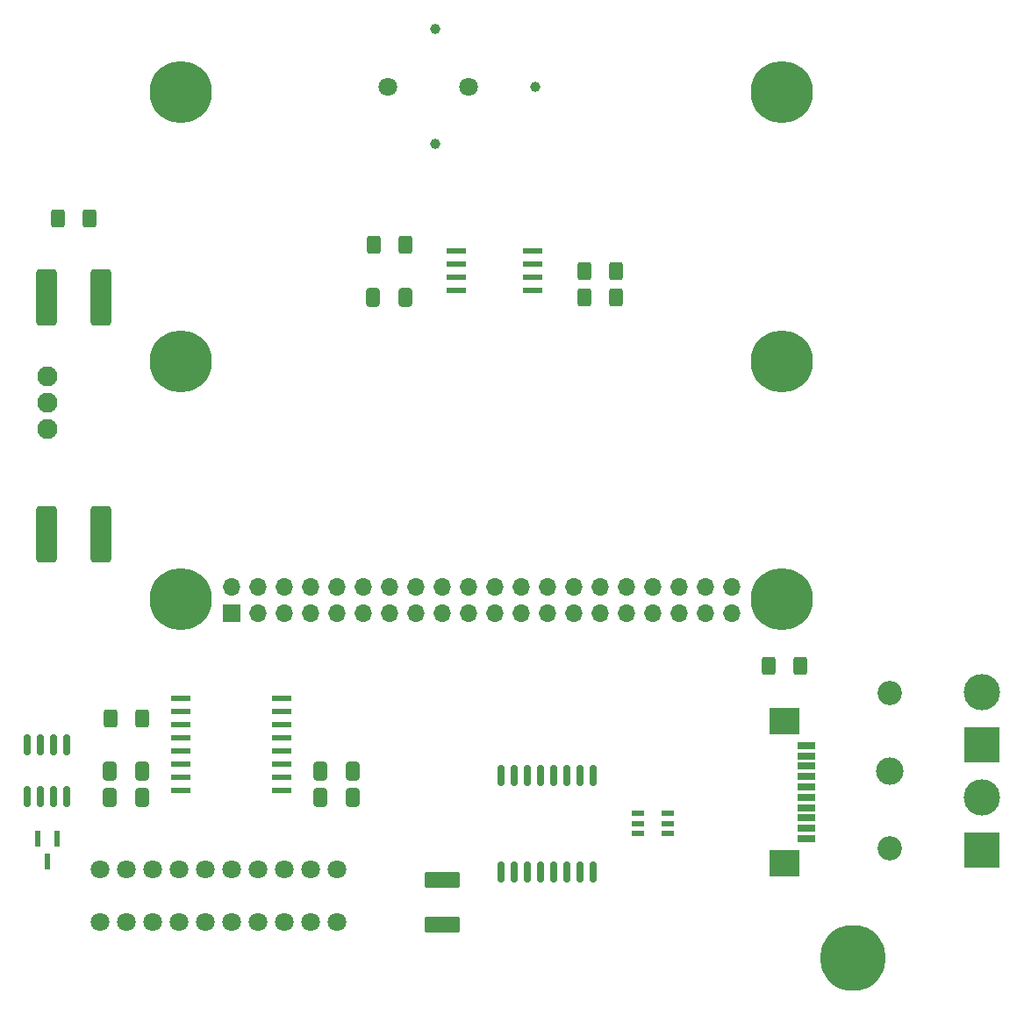
<source format=gbr>
%TF.GenerationSoftware,KiCad,Pcbnew,8.0.6-8.0.6-0~ubuntu24.04.1*%
%TF.CreationDate,2024-12-11T22:34:41+03:00*%
%TF.ProjectId,PM-CPU-RP,504d2d43-5055-42d5-9250-2e6b69636164,rev?*%
%TF.SameCoordinates,Original*%
%TF.FileFunction,Soldermask,Top*%
%TF.FilePolarity,Negative*%
%FSLAX46Y46*%
G04 Gerber Fmt 4.6, Leading zero omitted, Abs format (unit mm)*
G04 Created by KiCad (PCBNEW 8.0.6-8.0.6-0~ubuntu24.04.1) date 2024-12-11 22:34:41*
%MOMM*%
%LPD*%
G01*
G04 APERTURE LIST*
G04 Aperture macros list*
%AMRoundRect*
0 Rectangle with rounded corners*
0 $1 Rounding radius*
0 $2 $3 $4 $5 $6 $7 $8 $9 X,Y pos of 4 corners*
0 Add a 4 corners polygon primitive as box body*
4,1,4,$2,$3,$4,$5,$6,$7,$8,$9,$2,$3,0*
0 Add four circle primitives for the rounded corners*
1,1,$1+$1,$2,$3*
1,1,$1+$1,$4,$5*
1,1,$1+$1,$6,$7*
1,1,$1+$1,$8,$9*
0 Add four rect primitives between the rounded corners*
20,1,$1+$1,$2,$3,$4,$5,0*
20,1,$1+$1,$4,$5,$6,$7,0*
20,1,$1+$1,$6,$7,$8,$9,0*
20,1,$1+$1,$8,$9,$2,$3,0*%
G04 Aperture macros list end*
%ADD10R,1.803400X0.635000*%
%ADD11R,2.997200X2.590800*%
%ADD12O,6.350000X6.350000*%
%ADD13R,1.181100X0.558800*%
%ADD14C,1.000000*%
%ADD15C,1.800000*%
%ADD16RoundRect,0.249999X-0.737501X-2.450001X0.737501X-2.450001X0.737501X2.450001X-0.737501X2.450001X0*%
%ADD17C,6.000000*%
%ADD18O,1.700000X1.700000*%
%ADD19R,1.700000X1.700000*%
%ADD20RoundRect,0.250000X0.400000X0.625000X-0.400000X0.625000X-0.400000X-0.625000X0.400000X-0.625000X0*%
%ADD21R,0.609600X1.549400*%
%ADD22RoundRect,0.250000X0.412500X0.650000X-0.412500X0.650000X-0.412500X-0.650000X0.412500X-0.650000X0*%
%ADD23RoundRect,0.250000X-0.400000X-0.625000X0.400000X-0.625000X0.400000X0.625000X-0.400000X0.625000X0*%
%ADD24RoundRect,0.250000X-0.412500X-0.650000X0.412500X-0.650000X0.412500X0.650000X-0.412500X0.650000X0*%
%ADD25R,3.500000X3.500000*%
%ADD26C,3.500000*%
%ADD27R,1.854200X0.482600*%
%ADD28RoundRect,0.250000X1.450000X-0.537500X1.450000X0.537500X-1.450000X0.537500X-1.450000X-0.537500X0*%
%ADD29RoundRect,0.150000X-0.150000X0.825000X-0.150000X-0.825000X0.150000X-0.825000X0.150000X0.825000X0*%
%ADD30C,1.950000*%
%ADD31R,1.828800X0.533400*%
%ADD32RoundRect,0.150000X0.150000X-0.875000X0.150000X0.875000X-0.150000X0.875000X-0.150000X-0.875000X0*%
%ADD33C,2.650000*%
%ADD34C,2.350000*%
G04 APERTURE END LIST*
D10*
%TO.C,J9*%
X27556000Y-25500009D03*
X27556000Y-26500007D03*
X27556000Y-27500005D03*
X27556000Y-28500003D03*
X27556000Y-29500001D03*
X27556000Y-30499999D03*
X27556000Y-31499997D03*
X27556000Y-32499995D03*
X27556000Y-33499993D03*
X27556000Y-34499991D03*
D11*
X25385999Y-23149998D03*
X25385999Y-36850002D03*
%TD*%
D12*
%TO.C,PE1*%
X32000000Y-46000000D03*
%TD*%
D13*
%TO.C,U7*%
X11233150Y-32069999D03*
X11233150Y-33020000D03*
X11233150Y-33970001D03*
X14166850Y-33970001D03*
X14166850Y-33020000D03*
X14166850Y-32069999D03*
%TD*%
D14*
%TO.C,J1*%
X-8284000Y32550000D03*
X1329000Y38100000D03*
X-8284000Y43650000D03*
D15*
X-12830000Y38100000D03*
X-5080000Y38100000D03*
%TD*%
D16*
%TO.C,C3*%
X-45817500Y17780000D03*
X-40542500Y17780000D03*
%TD*%
D17*
%TO.C,D1*%
X-32870000Y-11410000D03*
X25130000Y-11410000D03*
X-32870000Y11590000D03*
X25130000Y11590000D03*
X-32870000Y37590000D03*
X25130000Y37590000D03*
D18*
X-27940000Y-10160000D03*
D19*
X-27940000Y-12700000D03*
D18*
X-25400000Y-10160000D03*
X-25400000Y-12700000D03*
X-22860000Y-10160000D03*
X-22860000Y-12700000D03*
X-20320000Y-10160000D03*
X-20320000Y-12700000D03*
X-17780000Y-10160000D03*
X-17780000Y-12700000D03*
X-15240000Y-10160000D03*
X-15240000Y-12700000D03*
X-12700000Y-10160000D03*
X-12700000Y-12700000D03*
X-10160000Y-10160000D03*
X-10160000Y-12700000D03*
X-7620000Y-10160000D03*
X-7620000Y-12700000D03*
X-5080000Y-10160000D03*
X-5080000Y-12700000D03*
X-2540000Y-10160000D03*
X-2540000Y-12700000D03*
X0Y-10160000D03*
X0Y-12700000D03*
X2540000Y-10160000D03*
X2540000Y-12700000D03*
X5080000Y-10160000D03*
X5080000Y-12700000D03*
X7620000Y-10160000D03*
X7620000Y-12700000D03*
X10160000Y-10160000D03*
X10160000Y-12700000D03*
X12700000Y-10160000D03*
X12700000Y-12700000D03*
X15240000Y-10160000D03*
X15240000Y-12700000D03*
X17780000Y-10160000D03*
X17780000Y-12700000D03*
X20320000Y-10160000D03*
X20320000Y-12700000D03*
%TD*%
D20*
%TO.C,R6*%
X-36550000Y-22860000D03*
X-39650000Y-22860000D03*
%TD*%
D21*
%TO.C,CR1*%
X-44769999Y-34455100D03*
X-46670001Y-34455100D03*
X-45720000Y-36664900D03*
%TD*%
D22*
%TO.C,C8*%
X-36537500Y-30480000D03*
X-39662500Y-30480000D03*
%TD*%
D23*
%TO.C,R1*%
X-44730000Y25400000D03*
X-41630000Y25400000D03*
%TD*%
D24*
%TO.C,C5*%
X-19342500Y-27940000D03*
X-16217500Y-27940000D03*
%TD*%
D25*
%TO.C,J6*%
X44450000Y-25400000D03*
D26*
X44450000Y-20320000D03*
%TD*%
D27*
%TO.C,U4*%
X-23063200Y-29845000D03*
X-23063200Y-28575000D03*
X-23063200Y-27305000D03*
X-23063200Y-26035000D03*
X-23063200Y-24765000D03*
X-23063200Y-23495000D03*
X-23063200Y-22225000D03*
X-23063200Y-20955000D03*
X-32816800Y-20955000D03*
X-32816800Y-22225000D03*
X-32816800Y-23495000D03*
X-32816800Y-24765000D03*
X-32816800Y-26035000D03*
X-32816800Y-27305000D03*
X-32816800Y-28575000D03*
X-32816800Y-29845000D03*
%TD*%
D28*
%TO.C,C1*%
X-7620000Y-42777500D03*
X-7620000Y-38502500D03*
%TD*%
D29*
%TO.C,U5*%
X-43815000Y-25465000D03*
X-45085000Y-25465000D03*
X-46355000Y-25465000D03*
X-47625000Y-25465000D03*
X-47625000Y-30415000D03*
X-46355000Y-30415000D03*
X-45085000Y-30415000D03*
X-43815000Y-30415000D03*
%TD*%
D24*
%TO.C,C6*%
X-19342500Y-30480000D03*
X-16217500Y-30480000D03*
%TD*%
D30*
%TO.C,J4*%
X-45720000Y5080000D03*
X-45720000Y7620000D03*
X-45720000Y10160000D03*
%TD*%
D20*
%TO.C,R5*%
X9170000Y17780000D03*
X6070000Y17780000D03*
%TD*%
D22*
%TO.C,C4*%
X-11137500Y17780000D03*
X-14262500Y17780000D03*
%TD*%
D31*
%TO.C,U3*%
X1155700Y18415000D03*
X1155700Y19685000D03*
X1155700Y20955000D03*
X1155700Y22225000D03*
X-6235700Y22225000D03*
X-6235700Y20955000D03*
X-6235700Y19685000D03*
X-6235700Y18415000D03*
%TD*%
D16*
%TO.C,C2*%
X-45817500Y-5080000D03*
X-40542500Y-5080000D03*
%TD*%
D22*
%TO.C,C7*%
X-36537500Y-27940000D03*
X-39662500Y-27940000D03*
%TD*%
D25*
%TO.C,J7*%
X44450000Y-35560000D03*
D26*
X44450000Y-30480000D03*
%TD*%
D20*
%TO.C,R2*%
X26950000Y-17780000D03*
X23850000Y-17780000D03*
%TD*%
D32*
%TO.C,U6*%
X-1905000Y-37670000D03*
X-635000Y-37670000D03*
X635000Y-37670000D03*
X1905000Y-37670000D03*
X3175000Y-37670000D03*
X4445000Y-37670000D03*
X5715000Y-37670000D03*
X6985000Y-37670000D03*
X6985000Y-28370000D03*
X5715000Y-28370000D03*
X4445000Y-28370000D03*
X3175000Y-28370000D03*
X1905000Y-28370000D03*
X635000Y-28370000D03*
X-635000Y-28370000D03*
X-1905000Y-28370000D03*
%TD*%
D20*
%TO.C,R4*%
X9170000Y20320000D03*
X6070000Y20320000D03*
%TD*%
D23*
%TO.C,R3*%
X-14250000Y22860000D03*
X-11150000Y22860000D03*
%TD*%
D15*
%TO.C,XG1*%
X-40640000Y-37465000D03*
X-40640000Y-42545000D03*
X-38100000Y-37465000D03*
X-38100000Y-42545000D03*
X-35560000Y-37465000D03*
X-33020000Y-37465000D03*
X-30480000Y-37465000D03*
X-30480000Y-42545000D03*
X-27940000Y-37465000D03*
X-27940000Y-42545000D03*
X-25400000Y-37465000D03*
X-25400000Y-42545000D03*
X-22860000Y-37465000D03*
X-20320000Y-37465000D03*
X-17780000Y-37465000D03*
X-17780000Y-42545000D03*
X-35560000Y-42545000D03*
X-33020000Y-42545000D03*
X-22860000Y-42545000D03*
X-20320000Y-42545000D03*
%TD*%
D33*
%TO.C,U1*%
X35560000Y-27940000D03*
D34*
X35560000Y-35440000D03*
X35560000Y-20440000D03*
%TD*%
M02*

</source>
